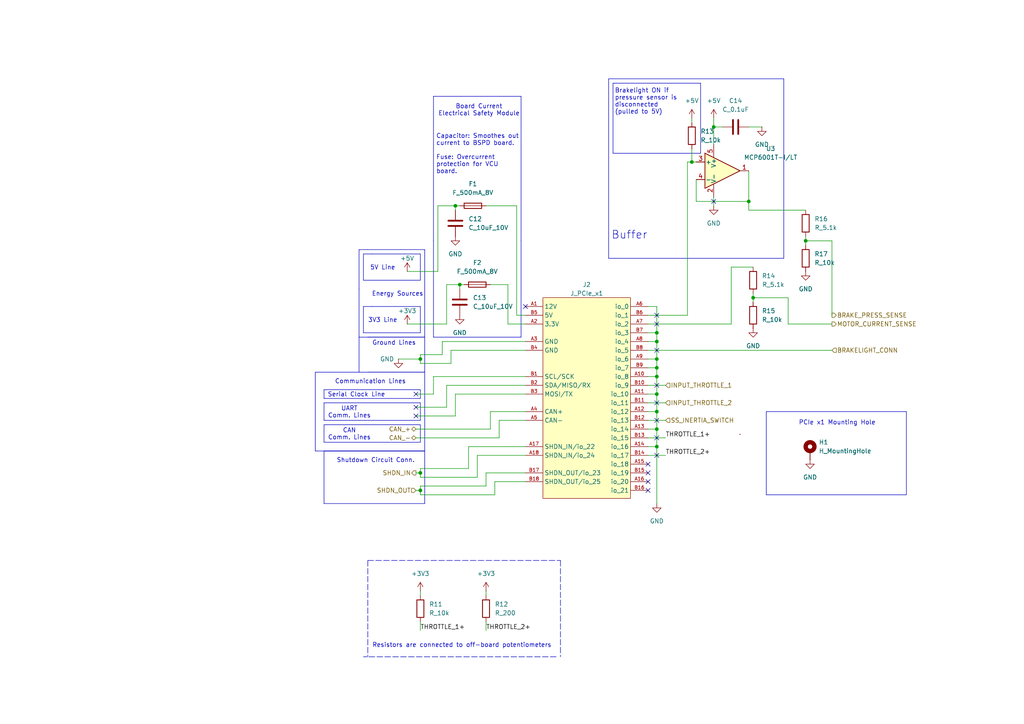
<source format=kicad_sch>
(kicad_sch (version 20250114) (generator "eeschema") (generator_version "9.0")
  (paper "A4")
  (title_block (title "PCIe x1 Connector") (comment 1 "By Leo Liao"))
  (lib_symbols
    (symbol "OEM:C_0.1uF_16V_0603" (pin_numbers (hide yes)) (pin_names (offset 0.254))
      (property "Reference" "C" (at 0.635 2.54 0))
      (property "Value" "C_0.1uF_16V" (at 0.635 -2.54 0))
      (symbol "C_0.1uF_16V_0603_0_1"
        (polyline (pts (xy -2.032 0.762) (xy 2.032 0.762)) (stroke (width 0.508)))
        (polyline (pts (xy -2.032 -0.762) (xy 2.032 -0.762)) (stroke (width 0.508)))
      )
      (symbol "C_0.1uF_16V_0603_1_1"
        (pin passive line (at 0 3.81 270) (length 2.794) (name "~") (number "1"))
        (pin passive line (at 0 -3.81 90) (length 2.794) (name "~") (number "2"))
      )
    )
    (symbol "OEM:C_10uF_10V_0603" (pin_numbers (hide yes)) (pin_names (offset 0.254))
      (property "Reference" "C" (at 0.635 2.54 0))
      (property "Value" "C_10uF_10V" (at 0.635 -2.54 0))
      (symbol "C_10uF_10V_0603_0_1"
        (polyline (pts (xy -2.032 0.762) (xy 2.032 0.762)) (stroke (width 0.508)))
        (polyline (pts (xy -2.032 -0.762) (xy 2.032 -0.762)) (stroke (width 0.508)))
      )
      (symbol "C_10uF_10V_0603_1_1"
        (pin passive line (at 0 3.81 270) (length 2.794) (name "~") (number "1"))
        (pin passive line (at 0 -3.81 90) (length 2.794) (name "~") (number "2"))
      )
    )
    (symbol "OEM:F_500mA_8V_1206" (pin_numbers (hide yes)) (pin_names (offset 0))
      (property "Reference" "F" (at 2.032 0 90))
      (property "Value" "F_500mA_8V" (at -1.905 0 90))
      (symbol "F_500mA_8V_1206_0_1"
        (rectangle (start -0.762 -2.54) (end 0.762 2.54) (stroke (width 0.254)))
        (polyline (pts (xy 0 2.54) (xy 0 -2.54)))
      )
      (symbol "F_500mA_8V_1206_1_1"
        (pin passive line (at 0 3.81 270) (length 1.27) (name "~") (number "1"))
        (pin passive line (at 0 -3.81 90) (length 1.27) (name "~") (number "2"))
      )
    )
    (symbol "OEM:H_MountingHole" (pin_numbers (hide yes)) (pin_names (offset 1.016) (hide yes)) (in_bom no)
      (property "Reference" "H" (at 0 6.35 0))
      (property "Value" "H_MountingHole" (at 0 4.445 0))
      (symbol "H_MountingHole_0_1"
        (circle (center 0 1.27) (radius 1.27) (stroke (width 1.27)))
      )
      (symbol "H_MountingHole_1_1"
        (pin input line (at 0 -2.54 90) (length 2.54) (name "1") (number "1"))
      )
    )
    (symbol "OEM:J_PCIe_x1"
      (property "Reference" "J" (at 0 30.48 0))
      (property "Value" "J_PCIe_x1" (at 0 27.94 0))
      (symbol "J_PCIe_x1_0_1"
        (circle (center 44.45 -12.954) (radius 0.0001))
      )
      (symbol "J_PCIe_x1_1_1"
        (rectangle (start -12.7 26.67) (end 12.7 -31.496) (fill (type background)))
        (pin bidirectional line (at -17.78 24.13 0) (length 5) (name "12V") (number "A1"))
        (pin bidirectional line (at -17.78 21.59 0) (length 5) (name "5V") (number "B5"))
        (pin bidirectional line (at -17.78 19.05 0) (length 5) (name "3.3V") (number "A2"))
        (pin bidirectional line (at -17.78 13.97 0) (length 5) (name "GND") (number "A3"))
        (pin bidirectional line (at -17.78 11.43 0) (length 5) (name "GND") (number "B4"))
        (pin bidirectional line (at -17.78 3.81 0) (length 5) (name "SCL/SCK") (number "B1"))
        (pin bidirectional line (at -17.78 1.27 0) (length 5) (name "SDA/MISO/RX") (number "B2"))
        (pin bidirectional line (at -17.78 -1.27 0) (length 5) (name "MOSI/TX") (number "B3"))
        (pin bidirectional line (at -17.78 -6.35 0) (length 5) (name "CAN+") (number "A4"))
        (pin bidirectional line (at -17.78 -8.89 0) (length 5) (name "CAN-") (number "A5"))
        (pin bidirectional line (at -17.78 -16.51 0) (length 5) (name "SHDN_IN/io_22") (number "A17"))
        (pin bidirectional line (at -17.78 -19.05 0) (length 5) (name "SHDN_IN/io_24") (number "A18"))
        (pin bidirectional line (at -17.78 -24.13 0) (length 5) (name "SHDN_OUT/io_23") (number "B17"))
        (pin bidirectional line (at -17.78 -26.67 0) (length 5) (name "SHDN_OUT/io_25") (number "B18"))
        (pin bidirectional line (at 17.78 24.13 180) (length 5) (name "io_0") (number "A6"))
        (pin bidirectional line (at 17.78 21.59 180) (length 5) (name "io_1") (number "B6"))
        (pin bidirectional line (at 17.78 19.05 180) (length 5) (name "io_2") (number "A7"))
        (pin bidirectional line (at 17.78 16.51 180) (length 5) (name "io_3") (number "B7"))
        (pin bidirectional line (at 17.78 13.97 180) (length 5) (name "io_4") (number "A8"))
        (pin bidirectional line (at 17.78 11.43 180) (length 5) (name "io_5") (number "B8"))
        (pin bidirectional line (at 17.78 8.89 180) (length 5) (name "io_6") (number "A9"))
        (pin bidirectional line (at 17.78 6.35 180) (length 5) (name "io_7") (number "B9"))
        (pin bidirectional line (at 17.78 3.81 180) (length 5) (name "io_8") (number "A10"))
        (pin bidirectional line (at 17.78 1.27 180) (length 5) (name "io_9") (number "B10"))
        (pin bidirectional line (at 17.78 -1.27 180) (length 5) (name "io_10") (number "A11"))
        (pin bidirectional line (at 17.78 -3.81 180) (length 5) (name "io_11") (number "B11"))
        (pin bidirectional line (at 17.78 -6.35 180) (length 5) (name "io_12") (number "A12"))
        (pin bidirectional line (at 17.78 -8.89 180) (length 5) (name "io_13") (number "B12"))
        (pin bidirectional line (at 17.78 -11.43 180) (length 5) (name "io_14") (number "A13"))
        (pin bidirectional line (at 17.78 -13.97 180) (length 5) (name "io_15") (number "B13"))
        (pin bidirectional line (at 17.78 -16.51 180) (length 5) (name "io_16") (number "A14"))
        (pin bidirectional line (at 17.78 -19.05 180) (length 5) (name "io_17") (number "B14"))
        (pin bidirectional line (at 17.78 -21.59 180) (length 5) (name "io_18") (number "A15"))
        (pin bidirectional line (at 17.78 -24.13 180) (length 5) (name "io_19") (number "B15"))
        (pin bidirectional line (at 17.78 -26.67 180) (length 5) (name "io_20") (number "A16"))
        (pin bidirectional line (at 17.78 -29.21 180) (length 5) (name "io_21") (number "B16"))
      )
    )
    (symbol "OEM:R_10k_0.1W_0603" (pin_numbers (hide yes)) (pin_names (offset 0))
      (property "Reference" "R" (at 2.032 0 90))
      (property "Value" "R_10k" (at 0 0 90))
      (symbol "R_10k_0.1W_0603_0_1"
        (rectangle (start -1.016 -2.54) (end 1.016 2.54) (stroke (width 0.254)))
      )
      (symbol "R_10k_0.1W_0603_1_1"
        (pin passive line (at 0 3.81 270) (length 1.27) (name "~") (number "1"))
        (pin passive line (at 0 -3.81 90) (length 1.27) (name "~") (number "2"))
      )
    )
    (symbol "OEM:R_200_0.1W_0603" (pin_numbers (hide yes)) (pin_names (offset 0))
      (property "Reference" "R" (at 2.032 0 90))
      (property "Value" "R_200" (at 0 0 90))
      (symbol "R_200_0.1W_0603_0_1"
        (rectangle (start -1.016 -2.54) (end 1.016 2.54) (stroke (width 0.254)))
      )
      (symbol "R_200_0.1W_0603_1_1"
        (pin passive line (at 0 3.81 270) (length 1.27) (name "~") (number "1"))
        (pin passive line (at 0 -3.81 90) (length 1.27) (name "~") (number "2"))
      )
    )
    (symbol "OEM:R_5.1k_0.1W_0603" (pin_numbers (hide yes)) (pin_names (offset 0))
      (property "Reference" "R" (at 2.032 0 90))
      (property "Value" "R_5.1k" (at 0 0 90))
      (symbol "R_5.1k_0.1W_0603_0_1"
        (rectangle (start -1.016 -2.54) (end 1.016 2.54) (stroke (width 0.254)))
      )
      (symbol "R_5.1k_0.1W_0603_1_1"
        (pin passive line (at 0 3.81 270) (length 1.27) (name "~") (number "1"))
        (pin passive line (at 0 -3.81 90) (length 1.27) (name "~") (number "2"))
      )
    )
    (symbol "OEM:U_OpAmp_MCP6001T-ILT_SOT-353" (pin_names (offset 0.127))
      (property "Reference" "U" (at 0 5.08 0))
      (property "Value" "MCP6001T-I/LT" (at 0 -5.08 0))
      (symbol "U_OpAmp_MCP6001T-ILT_SOT-353_0_1"
        (polyline (pts (xy -5.08 5.08) (xy 5.08 0) (xy -5.08 -5.08) (xy -5.08 5.08)) (stroke (width 0.254)) (fill (type background)))
        (pin power_in line (at -2.54 7.62 270) (length 3.81) (name "V+") (number "5"))
        (pin power_in line (at -2.54 -7.62 90) (length 3.81) (name "V-") (number "2"))
      )
      (symbol "U_OpAmp_MCP6001T-ILT_SOT-353_1_1"
        (pin input line (at -7.62 2.54 0) (length 2.54) (name "+") (number "3"))
        (pin input line (at -7.62 -2.54 0) (length 2.54) (name "-") (number "4"))
        (pin output line (at 7.62 0 180) (length 2.54) (name "~") (number "1"))
      )
    )
    (symbol "power:+3V3" (power) (pin_numbers (hide yes)) (pin_names (offset 0) (hide yes))
      (property "Value" "+3V3" (at 0 3.556 0))
      (symbol "+3V3_0_1"
        (polyline (pts (xy -0.762 1.27) (xy 0 2.54)))
        (polyline (pts (xy 0 2.54) (xy 0.762 1.27)))
        (polyline (pts (xy 0 0) (xy 0 2.54)))
      )
      (symbol "+3V3_1_1"
        (pin power_in line (at 0 0 90) (length 0) (name "~") (number "1"))
      )
    )
    (symbol "power:+5V" (power) (pin_numbers (hide yes)) (pin_names (offset 0) (hide yes))
      (property "Value" "+5V" (at 0 3.556 0))
      (symbol "+5V_0_1"
        (polyline (pts (xy -0.762 1.27) (xy 0 2.54)))
        (polyline (pts (xy 0 2.54) (xy 0.762 1.27)))
        (polyline (pts (xy 0 0) (xy 0 2.54)))
      )
      (symbol "+5V_1_1"
        (pin power_in line (at 0 0 90) (length 0) (name "~") (number "1"))
      )
    )
    (symbol "power:GND" (power) (pin_numbers (hide yes)) (pin_names (offset 0) (hide yes))
      (property "Value" "GND" (at 0 -3.81 0))
      (symbol "GND_0_1"
        (polyline (pts (xy 0 0) (xy 0 -1.27) (xy 1.27 -1.27) (xy 0 -2.54) (xy -1.27 -1.27) (xy 0 -1.27)))
      )
      (symbol "GND_1_1"
        (pin power_in line (at 0 0 270) (length 0) (name "~") (number "1"))
      )
    )
  )
  (text "Buffer" (at 177.292 69.596 0) (effects (font (size 2.286 2.286)) (justify left bottom)))
  (text "Shutdown Circuit Conn." (at 108.966 133.604 0) (effects (font (size 1.27 1.27))))
  (text "Serial Clock Line" (at 103.378 114.554 0) (effects (font (size 1.27 1.27))))
  (text "UART\nComm. Lines" (at 101.346 119.634 0) (effects (font (size 1.27 1.27))))
  (text "Board Current\nElectrical Safety Module" (at 138.938 32.004 0) (effects (font (size 1.27 1.27))))
  (text "PCIe x1 Mounting Hole" (at 242.824 122.682 0) (effects (font (size 1.27 1.27))))
  (text "Brakelight ON if\npressure sensor is\ndisconnected\n(pulled to 5V)\n" (at 178.308 33.274 0) (effects (font (size 1.27 1.27)) (justify left bottom)))
  (text "Communication Lines" (at 107.442 110.744 0) (effects (font (size 1.27 1.27))))
  (text "5V Line" (at 110.998 77.724 0) (effects (font (size 1.27 1.27))))
  (text "CAN\nComm. Lines" (at 101.346 125.984 0) (effects (font (size 1.27 1.27))))
  (text "3V3 Line" (at 110.998 92.964 0) (effects (font (size 1.27 1.27))))
  (text "Ground Lines" (at 114.3 99.568 0) (effects (font (size 1.27 1.27))))
  (text "Resistors are connected to off-board potentiometers" (at 107.95 187.96 0) (effects (font (size 1.27 1.27)) (justify left bottom)))
  (text "Capacitor: Smoothes out \ncurrent to BSPD board.\n\nFuse: Overcurrent\nprotection for VCU\nboard." (at 126.492 50.546 0) (effects (font (size 1.27 1.27)) (justify left bottom)))
  (text "Energy Sources" (at 115.316 85.344 0) (effects (font (size 1.27 1.27))))
  (junction (at 190.5 129.54))
  (junction (at 190.5 124.46))
  (junction (at 121.92 104.14))
  (junction (at 121.92 142.24))
  (junction (at 190.5 114.3))
  (junction (at 190.5 119.38))
  (junction (at 121.92 137.16))
  (junction (at 132.08 59.69))
  (junction (at 133.35 82.55))
  (junction (at 233.68 69.85))
  (junction (at 190.5 99.06))
  (junction (at 190.5 109.22))
  (junction (at 200.66 46.99))
  (junction (at 217.17 58.42))
  (junction (at 218.44 86.36))
  (junction (at 190.5 96.52))
  (junction (at 190.5 106.68))
  (junction (at 207.01 36.83))
  (junction (at 190.5 104.14))
  (no_connect (at 187.96 134.62))
  (no_connect (at 190.5 91.44))
  (no_connect (at 190.5 111.76))
  (no_connect (at 120.65 114.3))
  (no_connect (at 207.01 58.42))
  (no_connect (at 190.5 127))
  (no_connect (at 187.96 139.7))
  (no_connect (at 190.5 93.98))
  (no_connect (at 190.5 132.08))
  (no_connect (at 120.65 120.65))
  (no_connect (at 190.5 121.92))
  (no_connect (at 120.65 118.11))
  (no_connect (at 152.4 88.9))
  (no_connect (at 190.5 116.84))
  (no_connect (at 187.96 137.16))
  (no_connect (at 190.5 101.6))
  (no_connect (at 187.96 142.24))
  (polyline (pts (xy 121.92 73.66) (xy 121.92 81.28)))
  (wire (pts (xy 132.08 59.69) (xy 133.35 59.69)))
  (polyline (pts (xy 151.13 69.85) (xy 151.13 97.79)))
  (wire (pts (xy 187.96 114.3) (xy 190.5 114.3)))
  (wire (pts (xy 127 78.74) (xy 127 59.69)))
  (polyline (pts (xy 262.89 143.51) (xy 262.89 119.38)))
  (wire (pts (xy 144.78 121.92) (xy 152.4 121.92)))
  (wire (pts (xy 121.92 138.43) (xy 121.92 137.16)))
  (wire (pts (xy 133.35 82.55) (xy 134.62 82.55)))
  (wire (pts (xy 121.92 142.24) (xy 120.65 142.24)))
  (wire (pts (xy 147.32 93.98) (xy 152.4 93.98)))
  (wire (pts (xy 127 59.69) (xy 132.08 59.69)))
  (polyline (pts (xy 104.14 97.79) (xy 104.14 83.82)))
  (wire (pts (xy 121.92 171.45) (xy 121.92 172.72)))
  (wire (pts (xy 118.11 93.98) (xy 129.54 93.98)))
  (wire (pts (xy 187.96 101.6) (xy 241.3 101.6)))
  (wire (pts (xy 187.96 111.76) (xy 193.04 111.76)))
  (wire (pts (xy 140.97 180.34) (xy 140.97 182.88)))
  (polyline (pts (xy 104.14 72.39) (xy 106.68 72.39)))
  (polyline (pts (xy 227.33 74.93) (xy 227.33 22.86)))
  (wire (pts (xy 152.4 111.76) (xy 129.54 111.76)))
  (wire (pts (xy 190.5 129.54) (xy 190.5 146.05)))
  (polyline (pts (xy 93.98 121.92) (xy 121.92 121.92)))
  (wire (pts (xy 220.98 36.83) (xy 217.17 36.83)))
  (polyline (pts (xy 121.92 116.84) (xy 93.98 116.84)))
  (wire (pts (xy 190.5 96.52) (xy 190.5 99.06)))
  (wire (pts (xy 120.65 120.65) (xy 132.08 120.65)))
  (polyline (pts (xy 161.29 190.5) (xy 105.41 190.5)) (stroke (width 0) (type dash)))
  (polyline (pts (xy 222.25 143.51) (xy 262.89 143.51)))
  (polyline (pts (xy 125.73 27.94) (xy 125.73 69.85)))
  (wire (pts (xy 217.17 60.96) (xy 233.68 60.96)))
  (wire (pts (xy 133.35 82.55) (xy 133.35 83.82)))
  (wire (pts (xy 121.92 140.97) (xy 140.97 140.97)))
  (polyline (pts (xy 107.95 81.28) (xy 121.92 81.28)))
  (wire (pts (xy 217.17 49.53) (xy 217.17 58.42)))
  (wire (pts (xy 125.73 109.22) (xy 152.4 109.22)))
  (polyline (pts (xy 121.92 128.27) (xy 121.92 123.19)))
  (wire (pts (xy 207.01 59.69) (xy 207.01 57.15)))
  (polyline (pts (xy 121.92 113.03) (xy 93.98 113.03)))
  (wire (pts (xy 140.97 59.69) (xy 149.86 59.69)))
  (wire (pts (xy 121.92 135.89) (xy 135.89 135.89)))
  (wire (pts (xy 218.44 86.36) (xy 218.44 87.63)))
  (wire (pts (xy 187.96 121.92) (xy 193.04 121.92)))
  (wire (pts (xy 190.5 109.22) (xy 190.5 114.3)))
  (wire (pts (xy 121.92 104.14) (xy 121.92 105.41)))
  (wire (pts (xy 135.89 135.89) (xy 135.89 129.54)))
  (polyline (pts (xy 123.19 97.79) (xy 106.68 97.79)))
  (polyline (pts (xy 104.14 72.39) (xy 104.14 83.82)))
  (wire (pts (xy 128.27 102.87) (xy 121.92 102.87)))
  (wire (pts (xy 190.5 106.68) (xy 190.5 109.22)))
  (polyline (pts (xy 222.25 119.38) (xy 262.89 119.38)))
  (wire (pts (xy 142.24 124.46) (xy 142.24 119.38)))
  (wire (pts (xy 199.39 46.99) (xy 199.39 91.44)))
  (polyline (pts (xy 91.44 107.95) (xy 96.52 107.95)))
  (polyline (pts (xy 93.98 146.05) (xy 123.19 146.05)))
  (polyline (pts (xy 203.2 44.45) (xy 177.8 44.45)))
  (polyline (pts (xy 121.92 123.19) (xy 93.98 123.19)))
  (wire (pts (xy 120.65 127) (xy 144.78 127)))
  (wire (pts (xy 187.96 127) (xy 193.04 127)))
  (wire (pts (xy 187.96 88.9) (xy 190.5 88.9)))
  (wire (pts (xy 121.92 138.43) (xy 138.43 138.43)))
  (polyline (pts (xy 121.92 115.57) (xy 121.92 113.03)))
  (wire (pts (xy 142.24 119.38) (xy 152.4 119.38)))
  (polyline (pts (xy 107.95 96.52) (xy 121.92 96.52)))
  (polyline (pts (xy 93.98 115.57) (xy 121.92 115.57)))
  (polyline (pts (xy 176.53 22.86) (xy 176.53 74.93)))
  (polyline (pts (xy 222.25 119.38) (xy 222.25 143.51)))
  (polyline (pts (xy 105.41 73.66) (xy 105.41 81.28)))
  (polyline (pts (xy 121.92 88.9) (xy 121.92 96.52)))
  (polyline (pts (xy 123.19 130.81) (xy 93.98 130.81)))
  (wire (pts (xy 187.96 124.46) (xy 190.5 124.46)))
  (wire (pts (xy 187.96 104.14) (xy 190.5 104.14)))
  (wire (pts (xy 190.5 119.38) (xy 190.5 124.46)))
  (wire (pts (xy 125.73 114.3) (xy 125.73 109.22)))
  (polyline (pts (xy 91.44 130.81) (xy 91.44 128.27)))
  (wire (pts (xy 190.5 114.3) (xy 190.5 119.38)))
  (wire (pts (xy 121.92 137.16) (xy 120.65 137.16)))
  (wire (pts (xy 209.55 36.83) (xy 207.01 36.83)))
  (wire (pts (xy 218.44 86.36) (xy 228.6 86.36)))
  (wire (pts (xy 201.93 58.42) (xy 217.17 58.42)))
  (polyline (pts (xy 93.98 128.27) (xy 121.92 128.27)))
  (wire (pts (xy 129.54 111.76) (xy 129.54 118.11)))
  (wire (pts (xy 187.96 129.54) (xy 190.5 129.54)))
  (wire (pts (xy 207.01 34.29) (xy 207.01 36.83)))
  (polyline (pts (xy 105.41 88.9) (xy 105.41 96.52)))
  (wire (pts (xy 233.68 68.58) (xy 233.68 69.85)))
  (polyline (pts (xy 176.53 74.93) (xy 227.33 74.93)))
  (polyline (pts (xy 123.19 72.39) (xy 106.68 72.39)))
  (wire (pts (xy 121.92 143.51) (xy 143.51 143.51)))
  (polyline (pts (xy 93.98 116.84) (xy 93.98 121.92)))
  (polyline (pts (xy 177.8 44.45) (xy 177.8 24.13)))
  (wire (pts (xy 228.6 93.98) (xy 241.3 93.98)))
  (wire (pts (xy 128.27 99.06) (xy 128.27 102.87)))
  (wire (pts (xy 121.92 140.97) (xy 121.92 142.24)))
  (wire (pts (xy 199.39 91.44) (xy 187.96 91.44)))
  (polyline (pts (xy 125.73 27.94) (xy 151.13 27.94)))
  (polyline (pts (xy 105.41 88.9) (xy 107.95 88.9)))
  (wire (pts (xy 228.6 86.36) (xy 228.6 93.98)))
  (wire (pts (xy 121.92 105.41) (xy 130.81 105.41)))
  (wire (pts (xy 132.08 120.65) (xy 132.08 114.3)))
  (polyline (pts (xy 123.19 130.81) (xy 91.44 130.81)))
  (wire (pts (xy 129.54 82.55) (xy 133.35 82.55)))
  (polyline (pts (xy 123.19 146.05) (xy 123.19 130.81)))
  (polyline (pts (xy 123.19 107.95) (xy 96.52 107.95)))
  (wire (pts (xy 218.44 85.09) (xy 218.44 86.36)))
  (wire (pts (xy 132.08 114.3) (xy 152.4 114.3)))
  (wire (pts (xy 138.43 138.43) (xy 138.43 132.08)))
  (wire (pts (xy 207.01 36.83) (xy 207.01 41.91)))
  (wire (pts (xy 121.92 143.51) (xy 121.92 142.24)))
  (wire (pts (xy 149.86 91.44) (xy 152.4 91.44)))
  (wire (pts (xy 130.81 101.6) (xy 152.4 101.6)))
  (wire (pts (xy 212.09 93.98) (xy 212.09 77.47)))
  (wire (pts (xy 212.09 77.47) (xy 218.44 77.47)))
  (wire (pts (xy 187.96 132.08) (xy 193.04 132.08)))
  (wire (pts (xy 120.65 114.3) (xy 125.73 114.3)))
  (polyline (pts (xy 106.68 162.56) (xy 162.56 162.56)) (stroke (width 0) (type dash)))
  (polyline (pts (xy 105.41 81.28) (xy 107.95 81.28)))
  (polyline (pts (xy 123.19 107.95) (xy 123.19 97.79)))
  (polyline (pts (xy 93.98 123.19) (xy 93.98 128.27)))
  (wire (pts (xy 138.43 132.08) (xy 152.4 132.08)))
  (wire (pts (xy 233.68 69.85) (xy 241.3 69.85)))
  (wire (pts (xy 187.96 106.68) (xy 190.5 106.68)))
  (polyline (pts (xy 104.14 97.79) (xy 104.14 107.95)))
  (polyline (pts (xy 176.53 22.86) (xy 227.33 22.86)))
  (wire (pts (xy 147.32 82.55) (xy 147.32 93.98)))
  (wire (pts (xy 142.24 82.55) (xy 147.32 82.55)))
  (polyline (pts (xy 123.19 107.95) (xy 106.68 107.95)))
  (wire (pts (xy 201.93 52.07) (xy 201.93 58.42)))
  (wire (pts (xy 120.65 124.46) (xy 142.24 124.46)))
  (wire (pts (xy 187.96 93.98) (xy 212.09 93.98)))
  (polyline (pts (xy 121.92 88.9) (xy 107.95 88.9)))
  (polyline (pts (xy 123.19 97.79) (xy 106.68 97.79)))
  (wire (pts (xy 241.3 69.85) (xy 241.3 91.44)))
  (wire (pts (xy 130.81 105.41) (xy 130.81 101.6)))
  (wire (pts (xy 200.66 43.18) (xy 200.66 46.99)))
  (wire (pts (xy 135.89 129.54) (xy 152.4 129.54)))
  (wire (pts (xy 190.5 104.14) (xy 190.5 106.68)))
  (polyline (pts (xy 93.98 113.03) (xy 93.98 115.57)))
  (wire (pts (xy 217.17 58.42) (xy 217.17 60.96)))
  (wire (pts (xy 143.51 139.7) (xy 152.4 139.7)))
  (wire (pts (xy 187.96 96.52) (xy 190.5 96.52)))
  (polyline (pts (xy 151.13 69.85) (xy 151.13 27.94)))
  (wire (pts (xy 190.5 99.06) (xy 190.5 104.14)))
  (wire (pts (xy 190.5 124.46) (xy 190.5 129.54)))
  (polyline (pts (xy 162.56 162.56) (xy 162.56 190.5)) (stroke (width 0) (type dash)))
  (polyline (pts (xy 106.68 162.56) (xy 106.68 190.5)) (stroke (width 0) (type dash)))
  (wire (pts (xy 143.51 143.51) (xy 143.51 139.7)))
  (polyline (pts (xy 121.92 121.92) (xy 121.92 116.84)))
  (polyline (pts (xy 105.41 96.52) (xy 107.95 96.52)))
  (wire (pts (xy 121.92 104.14) (xy 121.92 102.87)))
  (wire (pts (xy 140.97 137.16) (xy 152.4 137.16)))
  (polyline (pts (xy 177.8 24.13) (xy 203.2 24.13)))
  (polyline (pts (xy 93.98 130.81) (xy 93.98 146.05)))
  (polyline (pts (xy 105.41 73.66) (xy 107.95 73.66)))
  (wire (pts (xy 199.39 46.99) (xy 200.66 46.99)))
  (wire (pts (xy 152.4 99.06) (xy 128.27 99.06)))
  (polyline (pts (xy 203.2 24.13) (xy 203.2 44.45)))
  (polyline (pts (xy 125.73 97.79) (xy 151.13 97.79)))
  (wire (pts (xy 187.96 99.06) (xy 190.5 99.06)))
  (polyline (pts (xy 123.19 72.39) (xy 123.19 83.82)))
  (polyline (pts (xy 121.92 73.66) (xy 107.95 73.66)))
  (polyline (pts (xy 123.19 128.27) (xy 123.19 130.81)))
  (polyline (pts (xy 123.19 107.95) (xy 123.19 128.27)))
  (polyline (pts (xy 91.44 128.27) (xy 91.44 107.95)))
  (wire (pts (xy 121.92 135.89) (xy 121.92 137.16)))
  (wire (pts (xy 144.78 127) (xy 144.78 121.92)))
  (wire (pts (xy 187.96 109.22) (xy 190.5 109.22)))
  (wire (pts (xy 140.97 171.45) (xy 140.97 172.72)))
  (polyline (pts (xy 104.14 97.79) (xy 106.68 97.79)))
  (wire (pts (xy 190.5 88.9) (xy 190.5 96.52)))
  (wire (pts (xy 187.96 119.38) (xy 190.5 119.38)))
  (wire (pts (xy 115.57 104.14) (xy 121.92 104.14)))
  (wire (pts (xy 233.68 69.85) (xy 233.68 71.12)))
  (wire (pts (xy 129.54 93.98) (xy 129.54 82.55)))
  (wire (pts (xy 187.96 116.84) (xy 193.04 116.84)))
  (wire (pts (xy 120.65 118.11) (xy 129.54 118.11)))
  (polyline (pts (xy 125.73 69.85) (xy 125.73 97.79)))
  (wire (pts (xy 132.08 59.69) (xy 132.08 60.96)))
  (wire (pts (xy 200.66 46.99) (xy 201.93 46.99)))
  (wire (pts (xy 121.92 180.34) (xy 121.92 182.88)))
  (wire (pts (xy 149.86 59.69) (xy 149.86 91.44)))
  (wire (pts (xy 140.97 140.97) (xy 140.97 137.16)))
  (wire (pts (xy 200.66 34.29) (xy 200.66 35.56)))
  (polyline (pts (xy 123.19 83.82) (xy 123.19 97.79)))
  (wire (pts (xy 118.11 78.74) (xy 127 78.74)))
  (label "THROTTLE_1+" (at 193.04 127 0))
  (label "THROTTLE_2+" (at 193.04 132.08 0))
  (label "THROTTLE_1+" (at 121.92 182.88 0))
  (label "THROTTLE_2+" (at 140.97 182.88 0))
  (hierarchical_label "CAN_-" (shape bidirectional) (at 120.65 127 180))
  (hierarchical_label "INPUT_THROTTLE_1" (shape input) (at 193.04 111.76 0))
  (hierarchical_label "SS_INERTIA_SWITCH" (shape input) (at 193.04 121.92 0))
  (hierarchical_label "MOTOR_CURRENT_SENSE" (shape output) (at 241.3 93.98 0))
  (hierarchical_label "BRAKE_PRESS_SENSE" (shape output) (at 241.3 91.44 0))
  (hierarchical_label "SHDN_OUT" (shape input) (at 120.65 142.24 180))
  (hierarchical_label "SHDN_IN" (shape output) (at 120.65 137.16 180))
  (hierarchical_label "BRAKELIGHT_CONN" (shape input) (at 241.3 101.6 0))
  (hierarchical_label "CAN_+" (shape bidirectional) (at 120.65 124.46 180))
  (hierarchical_label "INPUT_THROTTLE_2" (shape input) (at 193.04 116.84 0))
  (symbol (lib_id "OEM:F_500mA_8V_1206") (at 138.43 82.55 90) (unit 1)
    (property "Reference" "F2" (at 138.43 76.2 90))
    (property "Value" "F_500mA_8V" (at 138.43 78.74 90))
    (property "Footprint" "OEM:Fuse_1206_3216Metric" (effects (hide yes)))
    (property "Datasheet" "https://www.mouser.com/datasheet/3/191/1/ds-cp-0zcj-series.pdf" (effects (hide yes)))
    (property "Description" "PTC RESET FUSE 8V 500MA 1206" (effects (hide yes)))
    (property "MPN" "0ZCJ0050FF2G" (effects (hide yes)))
  )
  (symbol (lib_id "power:+5V") (at 207.01 34.29 0) (unit 1)
    (property "Reference" "#PWR?" (effects (hide yes)))
    (property "Value" "+5V" (at 207.01 29.21 0))
    (property "Description" "Power symbol creates a global label with name \"+5V\"" (effects (hide yes)))
  )
  (symbol (lib_id "OEM:H_MountingHole") (at 234.95 130.81 0) (unit 1) (in_bom no)
    (property "Reference" "H1" (at 237.49 128.2699 0) (effects (justify left)))
    (property "Value" "H_MountingHole" (at 237.49 130.8099 0) (effects (justify left)))
    (property "Footprint" "OEM:H_MountingHole" (effects (hide yes)))
    (property "Description" "Mounting Hole with connection" (effects (hide yes)))
  )
  (symbol (lib_id "OEM:R_10k_0.1W_0603") (at 200.66 39.37 0) (unit 1)
    (property "Reference" "R13" (at 203.2 38.0999 0) (effects (justify left)))
    (property "Value" "R_10k" (at 203.2 40.6399 0) (effects (justify left)))
    (property "Footprint" "OEM:R_0603_1608Metric" (effects (hide yes)))
    (property "Datasheet" "https://www.mouser.com/datasheet/3/1099/1/SEI-RMCF_RMCP.pdf" (effects (hide yes)))
    (property "Description" "RES 10K OHM 1% 1/10W 0603" (effects (hide yes)))
    (property "MPN" "RMCF0603FT10K0" (effects (hide yes)))
  )
  (symbol (lib_id "OEM:R_200_0.1W_0603") (at 140.97 176.53 0) (unit 1)
    (property "Reference" "R12" (at 143.51 175.2599 0) (effects (justify left)))
    (property "Value" "R_200" (at 143.51 177.7999 0) (effects (justify left)))
    (property "Footprint" "OEM:R_0603_1608Metric" (effects (hide yes)))
    (property "Datasheet" "https://www.mouser.com/datasheet/3/317/1/ASC_WR.pdf" (effects (hide yes)))
    (property "Description" "RES 200 OHM 1% 1/10W 0603" (effects (hide yes)))
    (property "MFN" "Stackpole Electronics" (effects (hide yes)))
    (property "MPN" "WR06X2000FTL" (effects (hide yes)))
    (property "DKPN" "RMCF0603ZT0R00DKR-ND" (effects (hide yes)))
    (property "NewDesigns" "YES" (effects (hide yes)))
    (property "Stocked" "Digi-Reel" (effects (hide yes)))
    (property "Package" "0603" (effects (hide yes)))
    (property "Style" "SMD" (effects (hide yes)))
  )
  (symbol (lib_id "power:GND") (at 115.57 104.14 0) (unit 1)
    (property "Reference" "#PWR?" (effects (hide yes)))
    (property "Value" "GND" (at 112.268 104.14 0))
    (property "Description" "Power symbol creates a global label with name \"GND\" , ground" (effects (hide yes)))
  )
  (symbol (lib_id "power:+5V") (at 118.11 78.74 0) (unit 1)
    (property "Reference" "#PWR?" (effects (hide yes)))
    (property "Value" "+5V" (at 118.11 74.93 0))
    (property "Description" "Power symbol creates a global label with name \"+5V\"" (effects (hide yes)))
  )
  (symbol (lib_id "OEM:C_0.1uF_16V_0603") (at 213.36 36.83 90) (unit 1)
    (property "Reference" "C14" (at 213.36 29.21 90))
    (property "Value" "C_0.1uF" (at 213.36 31.75 90))
    (property "Footprint" "OEM:C_0603_1608Metric" (effects (hide yes)))
    (property "Datasheet" "https://www.mouser.com/datasheet/3/72/1/KEM_C1005_Y5V_SMD.pdf" (effects (hide yes)))
    (property "Description" "CAP CER 0.1UF 16V Y5V 0603" (effects (hide yes)))
    (property "MPN" "C0603C104Z4VACTU" (effects (hide yes)))
  )
  (symbol (lib_id "power:+3V3") (at 140.97 171.45 0) (unit 1)
    (property "Reference" "#PWR?" (effects (hide yes)))
    (property "Value" "+3V3" (at 140.97 166.37 0))
    (property "Description" "Power symbol creates a global label with name \"+3V3\"" (effects (hide yes)))
  )
  (symbol (lib_id "power:GND") (at 207.01 59.69 0) (unit 1)
    (property "Reference" "#PWR?" (effects (hide yes)))
    (property "Value" "GND" (at 207.01 64.77 0))
    (property "Description" "Power symbol creates a global label with name \"GND\" , ground" (effects (hide yes)))
  )
  (symbol (lib_id "OEM:F_500mA_8V_1206") (at 137.16 59.69 90) (unit 1)
    (property "Reference" "F1" (at 137.16 53.34 90))
    (property "Value" "F_500mA_8V" (at 137.16 55.88 90))
    (property "Footprint" "OEM:Fuse_1206_3216Metric" (effects (hide yes)))
    (property "Datasheet" "https://www.mouser.com/datasheet/3/191/1/ds-cp-0zcj-series.pdf" (effects (hide yes)))
    (property "Description" "PTC RESET FUSE 8V 500MA 1206" (effects (hide yes)))
    (property "MPN" "0ZCJ0050FF2G" (effects (hide yes)))
  )
  (symbol (lib_id "power:GND") (at 132.08 68.58 0) (unit 1)
    (property "Reference" "#PWR?" (effects (hide yes)))
    (property "Value" "GND" (at 132.08 73.66 0))
    (property "Description" "Power symbol creates a global label with name \"GND\" , ground" (effects (hide yes)))
  )
  (symbol (lib_id "OEM:R_10k_0.1W_0603") (at 218.44 91.44 0) (unit 1)
    (property "Reference" "R15" (at 220.98 90.1699 0) (effects (justify left)))
    (property "Value" "R_10k" (at 220.98 92.7099 0) (effects (justify left)))
    (property "Footprint" "OEM:R_0603_1608Metric" (effects (hide yes)))
    (property "Datasheet" "https://www.mouser.com/datasheet/3/1099/1/SEI-RMCF_RMCP.pdf" (effects (hide yes)))
    (property "Description" "RES 10K OHM 1% 1/10W 0603" (effects (hide yes)))
    (property "MPN" "RMCF0603FT10K0" (effects (hide yes)))
  )
  (symbol (lib_id "OEM:C_10uF_10V_0603") (at 132.08 64.77 0) (unit 1)
    (property "Reference" "C12" (at 135.89 63.4999 0) (effects (justify left)))
    (property "Value" "C_10uF_10V" (at 135.89 66.0399 0) (effects (justify left)))
    (property "Footprint" "OEM:C_0603_1608Metric" (effects (hide yes)))
    (property "Datasheet" "https://search.murata.co.jp/Ceramy/image/img/A01X/G101/ENG/GRM188D71A106KA73-01.pdf" (effects (hide yes)))
    (property "Description" "CAP CER 10UF 10V X7T 0603" (effects (hide yes)))
    (property "MPN" "GRM188D71A106KA73D" (effects (hide yes)))
  )
  (symbol (lib_id "power:GND") (at 233.68 78.74 0) (unit 1)
    (property "Reference" "#PWR?" (effects (hide yes)))
    (property "Value" "GND" (at 233.68 83.82 0))
    (property "Description" "Power symbol creates a global label with name \"GND\" , ground" (effects (hide yes)))
  )
  (symbol (lib_id "OEM:R_5.1k_0.1W_0603") (at 233.68 64.77 0) (unit 1)
    (property "Reference" "R16" (at 236.22 63.4999 0) (effects (justify left)))
    (property "Value" "R_5.1k" (at 239.522 66.04 0))
    (property "Footprint" "OEM:R_0603_1608Metric" (effects (hide yes)))
    (property "Datasheet" "https://www.mouser.com/datasheet/3/40/1/cr-a-as.pdf" (effects (hide yes)))
    (property "Description" "RESA-AS 0603 5K1 1% 1/10W TC100" (effects (hide yes)))
    (property "MPN" "CR0603AFX-5101EAS" (effects (hide yes)))
  )
  (symbol (lib_id "power:GND") (at 218.44 95.25 0) (unit 1)
    (property "Reference" "#PWR?" (effects (hide yes)))
    (property "Value" "GND" (at 218.44 100.33 0))
    (property "Description" "Power symbol creates a global label with name \"GND\" , ground" (effects (hide yes)))
  )
  (symbol (lib_id "OEM:C_10uF_10V_0603") (at 133.35 87.63 0) (unit 1)
    (property "Reference" "C13" (at 137.16 86.3599 0) (effects (justify left)))
    (property "Value" "C_10uF_10V" (at 137.16 88.8999 0) (effects (justify left)))
    (property "Footprint" "OEM:C_0603_1608Metric" (effects (hide yes)))
    (property "Datasheet" "https://search.murata.co.jp/Ceramy/image/img/A01X/G101/ENG/GRM188D71A106KA73-01.pdf" (effects (hide yes)))
    (property "Description" "CAP CER 10UF 10V X7T 0603" (effects (hide yes)))
    (property "MPN" "GRM188D71A106KA73D" (effects (hide yes)))
  )
  (symbol (lib_id "power:+3V3") (at 118.11 93.98 0) (unit 1)
    (property "Reference" "#PWR?" (effects (hide yes)))
    (property "Value" "+3V3" (at 118.11 90.17 0))
    (property "Description" "Power symbol creates a global label with name \"+3V3\"" (effects (hide yes)))
  )
  (symbol (lib_id "OEM:J_PCIe_x1") (at 170.18 113.03 0) (unit 1)
    (property "Reference" "J2" (at 170.18 82.55 0))
    (property "Value" "J_PCIe_x1" (at 170.18 85.09 0))
    (property "Footprint" "OEM:J_PCIe_x1_Key" (effects (hide yes)))
    (property "Datasheet" "https://www.te.com/commerce/DocumentDelivery/DDEController?Action=showdoc&DocId=Data+Sheet%7F4-1773442-7%7F0308%7Fpdf%7FEnglish%7FENG_DS_4-1773442-7_0308.pdf%7F2-1761465-1" (effects (hide yes)))
    (property "Description" "Interface used to connect daugterboards to motherboards" (effects (hide yes)))
    (property "MPN" "2-1761465-1" (effects (hide yes)))
  )
  (symbol (lib_id "OEM:U_OpAmp_MCP6001T-ILT_SOT-353") (at 209.55 49.53 0) (unit 1)
    (property "Reference" "U3" (at 223.52 43.1098 0))
    (property "Value" "MCP6001T-I/LT" (at 223.52 45.6498 0))
    (property "Footprint" "OEM:SOT-353_SC-70-5" (effects (hide yes)))
    (property "Datasheet" "https://www.mouser.com/datasheet/3/282/1/MCP6001-1R-1U-2-4-1-MHz-Low-Power-Op-Amp-DS20001733L.pdf" (effects (hide yes)))
    (property "Description" "IC OPAMP GP 1 CIRCUIT SC70-5" (effects (hide yes)))
    (property "MPN" "MCP6001T-I/LT" (effects (hide yes)))
  )
  (symbol (lib_id "power:+5V") (at 200.66 34.29 0) (unit 1)
    (property "Reference" "#PWR?" (effects (hide yes)))
    (property "Value" "+5V" (at 200.66 29.21 0))
    (property "Description" "Power symbol creates a global label with name \"+5V\"" (effects (hide yes)))
  )
  (symbol (lib_id "OEM:R_5.1k_0.1W_0603") (at 218.44 81.28 0) (unit 1)
    (property "Reference" "R14" (at 220.98 80.0099 0) (effects (justify left)))
    (property "Value" "R_5.1k" (at 224.282 82.55 0))
    (property "Footprint" "OEM:R_0603_1608Metric" (effects (hide yes)))
    (property "Datasheet" "https://www.mouser.com/datasheet/3/40/1/cr-a-as.pdf" (effects (hide yes)))
    (property "Description" "RESA-AS 0603 5K1 1% 1/10W TC100" (effects (hide yes)))
    (property "MPN" "CR0603AFX-5101EAS" (effects (hide yes)))
  )
  (symbol (lib_id "OEM:R_10k_0.1W_0603") (at 233.68 74.93 0) (unit 1)
    (property "Reference" "R17" (at 236.22 73.6599 0) (effects (justify left)))
    (property "Value" "R_10k" (at 236.22 76.1999 0) (effects (justify left)))
    (property "Footprint" "OEM:R_0603_1608Metric" (effects (hide yes)))
    (property "Datasheet" "https://www.mouser.com/datasheet/3/1099/1/SEI-RMCF_RMCP.pdf" (effects (hide yes)))
    (property "Description" "RES 10K OHM 1% 1/10W 0603" (effects (hide yes)))
    (property "MPN" "RMCF0603FT10K0" (effects (hide yes)))
  )
  (symbol (lib_id "power:GND") (at 190.5 146.05 0) (unit 1)
    (property "Reference" "#PWR?" (effects (hide yes)))
    (property "Value" "GND" (at 190.5 151.13 0))
    (property "Description" "Power symbol creates a global label with name \"GND\" , ground" (effects (hide yes)))
  )
  (symbol (lib_id "power:+3V3") (at 121.92 171.45 0) (unit 1)
    (property "Reference" "#PWR?" (effects (hide yes)))
    (property "Value" "+3V3" (at 121.92 166.37 0))
    (property "Description" "Power symbol creates a global label with name \"+3V3\"" (effects (hide yes)))
  )
  (symbol (lib_id "OEM:R_10k_0.1W_0603") (at 121.92 176.53 0) (unit 1)
    (property "Reference" "R11" (at 124.46 175.2599 0) (effects (justify left)))
    (property "Value" "R_10k" (at 124.46 177.7999 0) (effects (justify left)))
    (property "Footprint" "OEM:R_0603_1608Metric" (effects (hide yes)))
    (property "Datasheet" "https://www.mouser.com/datasheet/3/1099/1/SEI-RMCF_RMCP.pdf" (effects (hide yes)))
    (property "Description" "RES 10K OHM 1% 1/10W 0603" (effects (hide yes)))
    (property "MPN" "RMCF0603FT10K0" (effects (hide yes)))
    (property "MFN" "Stackpole Electronics" (effects (hide yes)))
    (property "DKPN" "RMCF0603FT10K0TR-ND" (effects (hide yes)))
    (property "Package" "0603" (effects (hide yes)))
    (property "NewDesigns" "YES" (effects (hide yes)))
    (property "Stocked" "Reel" (effects (hide yes)))
    (property "Style" "SMD" (effects (hide yes)))
  )
  (symbol (lib_id "power:GND") (at 133.35 91.44 0) (unit 1)
    (property "Reference" "#PWR?" (effects (hide yes)))
    (property "Value" "GND" (at 133.35 96.52 0))
    (property "Description" "Power symbol creates a global label with name \"GND\" , ground" (effects (hide yes)))
  )
  (symbol (lib_id "power:GND") (at 220.98 36.83 0) (unit 1)
    (property "Reference" "#PWR?" (effects (hide yes)))
    (property "Value" "GND" (at 220.98 41.91 0))
    (property "Description" "Power symbol creates a global label with name \"GND\" , ground" (effects (hide yes)))
  )
  (symbol (lib_id "power:GND") (at 234.95 133.35 0) (unit 1)
    (property "Reference" "#PWR?" (effects (hide yes)))
    (property "Value" "GND" (at 234.95 138.43 0))
    (property "Description" "Power symbol creates a global label with name \"GND\" , ground" (effects (hide yes)))
  )
)
</source>
